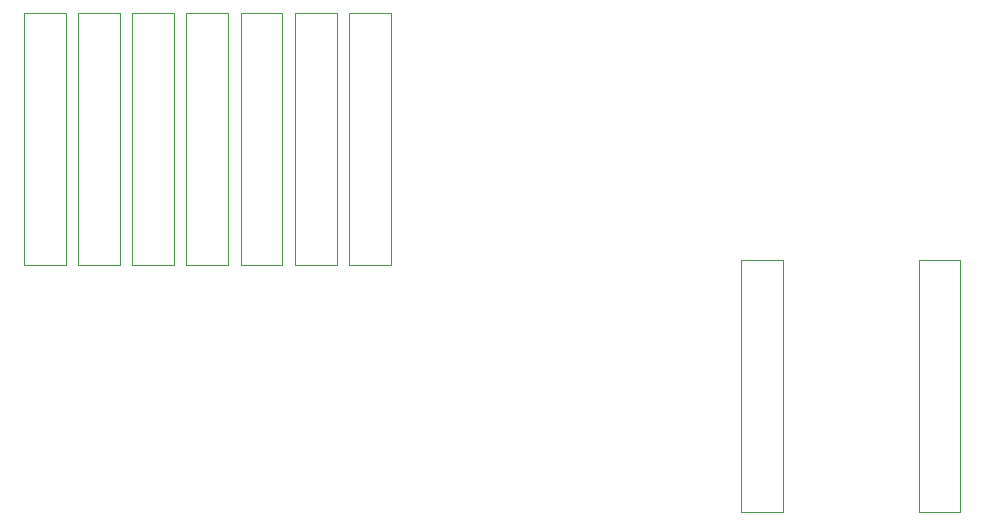
<source format=gbr>
%TF.GenerationSoftware,KiCad,Pcbnew,9.0.6*%
%TF.CreationDate,2025-12-05T05:14:20+01:00*%
%TF.ProjectId,Vikingboard,56696b69-6e67-4626-9f61-72642e6b6963,rev?*%
%TF.SameCoordinates,Original*%
%TF.FileFunction,Other,User*%
%FSLAX46Y46*%
G04 Gerber Fmt 4.6, Leading zero omitted, Abs format (unit mm)*
G04 Created by KiCad (PCBNEW 9.0.6) date 2025-12-05 05:14:20*
%MOMM*%
%LPD*%
G01*
G04 APERTURE LIST*
%ADD10C,0.050000*%
G04 APERTURE END LIST*
D10*
%TO.C,U2*%
X109230000Y-89030000D02*
X109230000Y-110350000D01*
X109230000Y-110350000D02*
X112770000Y-110350000D01*
X112770000Y-89030000D02*
X109230000Y-89030000D01*
X112770000Y-110350000D02*
X112770000Y-89030000D01*
%TO.C,U1*%
X57640000Y-68070000D02*
X57640000Y-89390000D01*
X57640000Y-89390000D02*
X61180000Y-89390000D01*
X61180000Y-68070000D02*
X57640000Y-68070000D01*
X61180000Y-89390000D02*
X61180000Y-68070000D01*
%TO.C,U7*%
X76000000Y-68070000D02*
X76000000Y-89390000D01*
X76000000Y-89390000D02*
X79540000Y-89390000D01*
X79540000Y-68070000D02*
X76000000Y-68070000D01*
X79540000Y-89390000D02*
X79540000Y-68070000D01*
%TO.C,U3*%
X62230000Y-68070000D02*
X62230000Y-89390000D01*
X62230000Y-89390000D02*
X65770000Y-89390000D01*
X65770000Y-68070000D02*
X62230000Y-68070000D01*
X65770000Y-89390000D02*
X65770000Y-68070000D01*
%TO.C,U6*%
X71410000Y-68070000D02*
X71410000Y-89390000D01*
X71410000Y-89390000D02*
X74950000Y-89390000D01*
X74950000Y-68070000D02*
X71410000Y-68070000D01*
X74950000Y-89390000D02*
X74950000Y-68070000D01*
%TO.C,J1*%
X48460000Y-68070000D02*
X48460000Y-89390000D01*
X48460000Y-89390000D02*
X52000000Y-89390000D01*
X52000000Y-68070000D02*
X48460000Y-68070000D01*
X52000000Y-89390000D02*
X52000000Y-68070000D01*
%TO.C,J2*%
X53050000Y-68070000D02*
X53050000Y-89390000D01*
X53050000Y-89390000D02*
X56590000Y-89390000D01*
X56590000Y-68070000D02*
X53050000Y-68070000D01*
X56590000Y-89390000D02*
X56590000Y-68070000D01*
%TO.C,U4*%
X66820000Y-68070000D02*
X66820000Y-89390000D01*
X66820000Y-89390000D02*
X70360000Y-89390000D01*
X70360000Y-68070000D02*
X66820000Y-68070000D01*
X70360000Y-89390000D02*
X70360000Y-68070000D01*
%TO.C,U5*%
X124230000Y-88990000D02*
X124230000Y-110310000D01*
X124230000Y-110310000D02*
X127770000Y-110310000D01*
X127770000Y-88990000D02*
X124230000Y-88990000D01*
X127770000Y-110310000D02*
X127770000Y-88990000D01*
%TD*%
M02*

</source>
